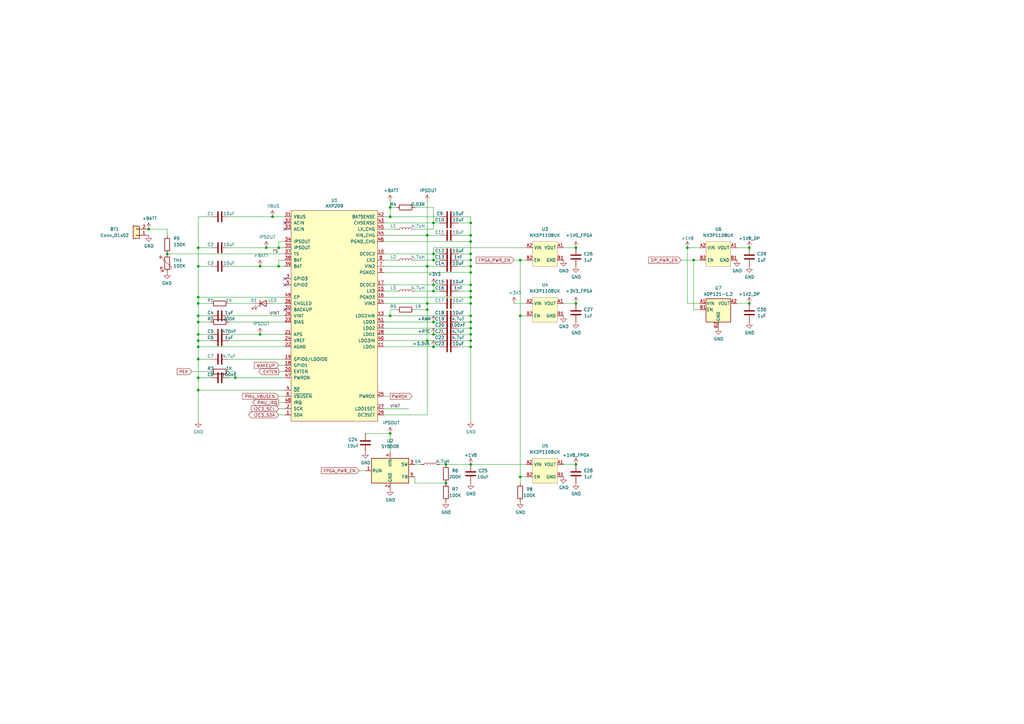
<source format=kicad_sch>
(kicad_sch (version 20210126) (generator eeschema)
  (paper "A3")
  (title_block (title "Fobu") (date "2021-02-17") (rev "0.3") (company "Wenting Zhang") (comment 1 "zephray@outlook.com"))
  (lib_symbols
    (symbol "Connector_Generic:Conn_01x02" (pin_names (offset 1.016) hide)
      (property "Reference" "J" (at 0 2.54 0))
      (property "Value" "Conn_01x02" (at 0 -5.08 0))
      (symbol "Conn_01x02_1_1"
        (rectangle (start -1.27 -2.413) (end 0 -2.667) (stroke (width 0.1524)))
        (rectangle (start -1.27 0.127) (end 0 -0.127) (stroke (width 0.1524)))
        (rectangle (start -1.27 1.27) (end 1.27 -3.81) (stroke (width 0.254)) (fill (type background)))
        (pin passive line (at -5.08 0 0) (length 3.81) (name "Pin_1") (number "1"))
        (pin passive line (at -5.08 -2.54 0) (length 3.81) (name "Pin_2") (number "2"))
      )
    )
    (symbol "Device:C" (pin_numbers hide) (pin_names (offset 0.254))
      (property "Reference" "C" (at 0.635 2.54 0))
      (property "Value" "C" (at 0.635 -2.54 0))
      (symbol "C_0_1"
        (polyline (pts (xy -2.032 -0.762) (xy 2.032 -0.762)) (stroke (width 0.508)))
        (polyline (pts (xy -2.032 0.762) (xy 2.032 0.762)) (stroke (width 0.508)))
      )
      (symbol "C_1_1"
        (pin passive line (at 0 3.81 270) (length 2.794) (name "~") (number "1"))
        (pin passive line (at 0 -3.81 90) (length 2.794) (name "~") (number "2"))
      )
    )
    (symbol "Device:L" (pin_numbers hide) (pin_names (offset 1.016) hide)
      (property "Reference" "L" (at -1.27 0 90))
      (property "Value" "L" (at 1.905 0 90))
      (symbol "L_0_1"
        (arc (start 0 -2.54) (end 0 -1.27) (radius (at 0 -1.905) (length 0.635) (angles -89.9 89.9)))
        (arc (start 0 -1.27) (end 0 0) (radius (at 0 -0.635) (length 0.635) (angles -89.9 89.9)))
        (arc (start 0 0) (end 0 1.27) (radius (at 0 0.635) (length 0.635) (angles -89.9 89.9)))
        (arc (start 0 1.27) (end 0 2.54) (radius (at 0 1.905) (length 0.635) (angles -89.9 89.9)))
      )
      (symbol "L_1_1"
        (pin passive line (at 0 3.81 270) (length 1.27) (name "1") (number "1"))
        (pin passive line (at 0 -3.81 90) (length 1.27) (name "2") (number "2"))
      )
    )
    (symbol "Device:LED" (pin_numbers hide) (pin_names (offset 1.016) hide)
      (property "Reference" "D" (at 0 2.54 0))
      (property "Value" "LED" (at 0 -2.54 0))
      (symbol "LED_0_1"
        (polyline (pts (xy -1.27 -1.27) (xy -1.27 1.27)) (stroke (width 0.254)))
        (polyline (pts (xy -1.27 0) (xy 1.27 0)))
        (polyline (pts (xy 1.27 -1.27) (xy 1.27 1.27) (xy -1.27 0) (xy 1.27 -1.27)) (stroke (width 0.254)))
        (polyline (pts (xy -3.048 -0.762) (xy -4.572 -2.286) (xy -3.81 -2.286) (xy -4.572 -2.286) (xy -4.572 -1.524)))
        (polyline (pts (xy -1.778 -0.762) (xy -3.302 -2.286) (xy -2.54 -2.286) (xy -3.302 -2.286) (xy -3.302 -1.524)))
      )
      (symbol "LED_1_1"
        (pin passive line (at -3.81 0 0) (length 2.54) (name "K") (number "1"))
        (pin passive line (at 3.81 0 180) (length 2.54) (name "A") (number "2"))
      )
    )
    (symbol "Device:R" (pin_numbers hide) (pin_names (offset 0))
      (property "Reference" "R" (at 2.032 0 90))
      (property "Value" "R" (at 0 0 90))
      (symbol "R_0_1"
        (rectangle (start -1.016 -2.54) (end 1.016 2.54) (stroke (width 0.254)))
      )
      (symbol "R_1_1"
        (pin passive line (at 0 3.81 270) (length 1.27) (name "~") (number "1"))
        (pin passive line (at 0 -3.81 90) (length 1.27) (name "~") (number "2"))
      )
    )
    (symbol "Device:Thermistor_NTC" (pin_numbers hide) (pin_names (offset 0))
      (property "Reference" "TH" (at -4.445 0 90))
      (property "Value" "Thermistor_NTC" (at 3.175 0 90))
      (symbol "Thermistor_NTC_0_1"
        (arc (start -3.048 2.159) (end -3.175 2.413) (radius (at -3.2004 2.2352) (length 0.1778) (angles -26.5 81.8)))
        (arc (start -3.048 2.159) (end -2.794 1.905) (radius (at -2.794 2.159) (length 0.254) (angles 180 -90)))
        (arc (start -2.794 1.905) (end -2.54 2.159) (radius (at -2.794 2.159) (length 0.254) (angles -90 0)))
        (arc (start -2.54 2.794) (end -2.794 3.048) (radius (at -2.794 2.794) (length 0.254) (angles 0 90)))
        (arc (start -2.794 3.048) (end -3.048 2.794) (radius (at -2.794 2.794) (length 0.254) (angles 90 180)))
        (arc (start -3.048 2.794) (end -2.794 2.54) (radius (at -2.794 2.794) (length 0.254) (angles 180 -90)))
        (arc (start -2.794 2.54) (end -2.159 2.794) (radius (at -2.6416 3.0226) (length 0.508) (angles -107.5 -25.3)))
        (rectangle (start -1.016 2.54) (end 1.016 -2.54) (stroke (width 0.254)))
        (polyline (pts (xy -2.54 2.159) (xy -2.54 2.794)))
        (polyline (pts (xy -1.778 2.54) (xy -1.778 1.524) (xy 1.778 -1.524) (xy 1.778 -2.54)))
        (polyline (pts (xy -2.54 -3.683) (xy -2.54 -1.397) (xy -2.794 -2.159) (xy -2.286 -2.159) (xy -2.54 -1.397) (xy -2.54 -1.651)) (fill (type outline)))
        (polyline (pts (xy -1.778 -1.397) (xy -1.778 -3.683) (xy -2.032 -2.921) (xy -1.524 -2.921) (xy -1.778 -3.683) (xy -1.778 -3.429)) (fill (type outline)))
      )
      (symbol "Thermistor_NTC_1_1"
        (pin passive line (at 0 3.81 270) (length 1.27) (name "~") (number "1"))
        (pin passive line (at 0 -3.81 90) (length 1.27) (name "~") (number "2"))
      )
    )
    (symbol "power:+1V8" (power) (pin_names (offset 0))
      (property "Value" "+1V8" (at 0 3.556 0))
      (symbol "+1V8_0_1"
        (polyline (pts (xy -0.762 1.27) (xy 0 2.54)))
        (polyline (pts (xy 0 0) (xy 0 2.54)))
        (polyline (pts (xy 0 2.54) (xy 0.762 1.27)))
      )
      (symbol "+1V8_1_1"
        (pin power_in line (at 0 0 90) (length 0) hide (name "+1V8") (number "1"))
      )
    )
    (symbol "power:+3.3VA" (power) (pin_names (offset 0))
      (property "Value" "+3.3VA" (at 0 3.556 0))
      (symbol "+3.3VA_0_1"
        (polyline (pts (xy -0.762 1.27) (xy 0 2.54)))
        (polyline (pts (xy 0 0) (xy 0 2.54)))
        (polyline (pts (xy 0 2.54) (xy 0.762 1.27)))
      )
      (symbol "+3.3VA_1_1"
        (pin power_in line (at 0 0 90) (length 0) hide (name "+3.3VA") (number "1"))
      )
    )
    (symbol "power:+3V3" (power) (pin_names (offset 0))
      (property "Value" "+3V3" (at 0 3.556 0))
      (symbol "+3V3_0_1"
        (polyline (pts (xy -0.762 1.27) (xy 0 2.54)))
        (polyline (pts (xy 0 0) (xy 0 2.54)))
        (polyline (pts (xy 0 2.54) (xy 0.762 1.27)))
      )
      (symbol "+3V3_1_1"
        (pin power_in line (at 0 0 90) (length 0) hide (name "+3V3") (number "1"))
      )
    )
    (symbol "power:+BATT" (power) (pin_names (offset 0))
      (property "Value" "+BATT" (at 0 3.556 0))
      (symbol "+BATT_0_1"
        (polyline (pts (xy -0.762 1.27) (xy 0 2.54)))
        (polyline (pts (xy 0 0) (xy 0 2.54)))
        (polyline (pts (xy 0 2.54) (xy 0.762 1.27)))
      )
      (symbol "+BATT_1_1"
        (pin power_in line (at 0 0 90) (length 0) hide (name "+BATT") (number "1"))
      )
    )
    (symbol "power:GND" (power) (pin_names (offset 0))
      (property "Value" "GND" (at 0 -3.81 0))
      (symbol "GND_0_1"
        (polyline (pts (xy 0 0) (xy 0 -1.27) (xy 1.27 -1.27) (xy 0 -2.54) (xy -1.27 -1.27) (xy 0 -1.27)))
      )
      (symbol "GND_1_1"
        (pin power_in line (at 0 0 270) (length 0) hide (name "GND") (number "1"))
      )
    )
    (symbol "power:VBUS" (power) (pin_names (offset 0))
      (property "Value" "VBUS" (at 0 3.81 0))
      (symbol "VBUS_0_1"
        (polyline (pts (xy -0.762 1.27) (xy 0 2.54)))
        (polyline (pts (xy 0 0) (xy 0 2.54)))
        (polyline (pts (xy 0 2.54) (xy 0.762 1.27)))
      )
      (symbol "VBUS_1_1"
        (pin power_in line (at 0 0 90) (length 0) hide (name "VBUS") (number "1"))
      )
    )
    (symbol "symbols:+1V0_FPGA" (power) (pin_names (offset 0))
      (property "Value" "+1V0_FPGA" (at 0 3.556 0))
      (symbol "+1V0_FPGA_0_1"
        (polyline (pts (xy -0.762 1.27) (xy 0 2.54)))
        (polyline (pts (xy 0 0) (xy 0 2.54)))
        (polyline (pts (xy 0 2.54) (xy 0.762 1.27)))
      )
      (symbol "+1V0_FPGA_1_1"
        (pin power_in line (at 0 0 90) (length 0) hide (name "+1V0_FPGA") (number "1"))
      )
    )
    (symbol "symbols:+1V2_DP" (power) (pin_names (offset 0))
      (property "Value" "+1V2_DP" (at 0 3.556 0))
      (symbol "+1V2_DP_0_1"
        (polyline (pts (xy -0.762 1.27) (xy 0 2.54)))
        (polyline (pts (xy 0 0) (xy 0 2.54)))
        (polyline (pts (xy 0 2.54) (xy 0.762 1.27)))
      )
      (symbol "+1V2_DP_1_1"
        (pin power_in line (at 0 0 90) (length 0) hide (name "+1V2_DP") (number "1"))
      )
    )
    (symbol "symbols:+1V8_DP" (power) (pin_names (offset 0))
      (property "Value" "+1V8_DP" (at 0 3.556 0))
      (symbol "+1V8_DP_0_1"
        (polyline (pts (xy -0.762 1.27) (xy 0 2.54)))
        (polyline (pts (xy 0 0) (xy 0 2.54)))
        (polyline (pts (xy 0 2.54) (xy 0.762 1.27)))
      )
      (symbol "+1V8_DP_1_1"
        (pin power_in line (at 0 0 90) (length 0) hide (name "+1V8_DP") (number "1"))
      )
    )
    (symbol "symbols:+1V8_FPGA" (power) (pin_names (offset 0))
      (property "Value" "+1V8_FPGA" (at 0 3.556 0))
      (symbol "+1V8_FPGA_0_1"
        (polyline (pts (xy -0.762 1.27) (xy 0 2.54)))
        (polyline (pts (xy 0 0) (xy 0 2.54)))
        (polyline (pts (xy 0 2.54) (xy 0.762 1.27)))
      )
      (symbol "+1V8_FPGA_1_1"
        (pin power_in line (at 0 0 90) (length 0) hide (name "+1V8_FPGA") (number "1"))
      )
    )
    (symbol "symbols:+3V3_FPGA" (power) (pin_names (offset 0))
      (property "Value" "+3V3_FPGA" (at 0 3.556 0))
      (symbol "+3V3_FPGA_0_1"
        (polyline (pts (xy -0.762 1.27) (xy 0 2.54)))
        (polyline (pts (xy 0 0) (xy 0 2.54)))
        (polyline (pts (xy 0 2.54) (xy 0.762 1.27)))
      )
      (symbol "+3V3_FPGA_1_1"
        (pin power_in line (at 0 0 90) (length 0) hide (name "+3V3_FPGA") (number "1"))
      )
    )
    (symbol "symbols:+RAM" (power) (pin_names (offset 0))
      (property "Value" "+RAM" (at 0 3.556 0))
      (symbol "+RAM_0_1"
        (polyline (pts (xy -0.762 1.27) (xy 0 2.54)))
        (polyline (pts (xy 0 0) (xy 0 2.54)))
        (polyline (pts (xy 0 2.54) (xy 0.762 1.27)))
      )
      (symbol "+RAM_1_1"
        (pin power_in line (at 0 0 90) (length 0) hide (name "+RAM") (number "1"))
      )
    )
    (symbol "symbols:+RTC" (power) (pin_names (offset 0))
      (property "Value" "+RTC" (at 0 3.556 0))
      (symbol "+RTC_0_1"
        (polyline (pts (xy -0.762 1.27) (xy 0 2.54)))
        (polyline (pts (xy 0 0) (xy 0 2.54)))
        (polyline (pts (xy 0 2.54) (xy 0.762 1.27)))
      )
      (symbol "+RTC_1_1"
        (pin power_in line (at 0 0 90) (length 0) hide (name "+RTC") (number "1"))
      )
    )
    (symbol "symbols:ADP150-1.8" (pin_names (offset 0.254))
      (property "Reference" "U" (at -5.08 5.715 0))
      (property "Value" "ADP150-1.8" (at 0 5.715 0))
      (symbol "ADP150-1.8_0_1"
        (rectangle (start -5.08 4.445) (end 5.08 -5.08) (stroke (width 0.254)) (fill (type background)))
      )
      (symbol "ADP150-1.8_1_1"
        (pin power_in line (at -7.62 2.54 0) (length 2.54) (name "VIN") (number "A1"))
        (pin power_in line (at 0 -7.62 90) (length 2.54) (name "GND") (number "B2"))
        (pin input line (at -7.62 0 0) (length 2.54) (name "EN") (number "B1"))
        (pin power_out line (at 7.62 2.54 180) (length 2.54) (name "VOUT") (number "A2"))
      )
    )
    (symbol "symbols:AXP209" (pin_names (offset 1.016))
      (property "Reference" "U" (at -15.24 0 0))
      (property "Value" "AXP209" (at 10.16 0 0))
      (symbol "AXP209_0_1"
        (rectangle (start -17.78 -2.54) (end 17.78 -88.9) (fill (type background)))
      )
      (symbol "AXP209_1_1"
        (pin bidirectional line (at -20.32 -86.36 0) (length 2.54) (name "SDA") (number "1"))
        (pin power_in line (at 20.32 -20.32 180) (length 2.54) (name "DCDC2") (number "10"))
        (pin power_out line (at 20.32 -58.42 180) (length 2.54) (name "LDO4") (number "11"))
        (pin power_out line (at 20.32 -50.8 180) (length 2.54) (name "LDO2") (number "12"))
        (pin power_in line (at 20.32 -45.72 180) (length 2.54) (name "LDO24IN") (number "13"))
        (pin power_in line (at 20.32 -40.64 180) (length 2.54) (name "VIN3") (number "14"))
        (pin power_in line (at 20.32 -35.56 180) (length 2.54) (name "LX3") (number "15"))
        (pin power_in line (at 20.32 -38.1 180) (length 2.54) (name "PGND3") (number "16"))
        (pin power_in line (at 20.32 -33.02 180) (length 2.54) (name "DCDC3") (number "17"))
        (pin bidirectional line (at -20.32 -66.04 0) (length 2.54) (name "GPIO1") (number "18"))
        (pin bidirectional line (at -20.32 -63.5 0) (length 2.54) (name "GPIO0/LDOIO0") (number "19"))
        (pin bidirectional line (at -20.32 -83.82 0) (length 2.54) (name "SCK") (number "2"))
        (pin output line (at -20.32 -68.58 0) (length 2.54) (name "EXTEN") (number "20"))
        (pin input line (at -20.32 -53.34 0) (length 2.54) (name "APS") (number "21"))
        (pin power_in line (at -20.32 -58.42 0) (length 2.54) (name "AGND") (number "22"))
        (pin input line (at -20.32 -48.26 0) (length 2.54) (name "BIAS") (number "23"))
        (pin power_out line (at -20.32 -55.88 0) (length 2.54) (name "VREF") (number "24"))
        (pin output line (at 20.32 -78.74 180) (length 2.54) (name "PWROK") (number "25"))
        (pin power_out line (at -20.32 -45.72 0) (length 2.54) (name "VINT") (number "26"))
        (pin input line (at 20.32 -83.82 180) (length 2.54) (name "LDO1SET") (number "27"))
        (pin power_out line (at 20.32 -53.34 180) (length 2.54) (name "LDO1") (number "28"))
        (pin input line (at 20.32 -86.36 180) (length 2.54) (name "DC3SET") (number "29"))
        (pin bidirectional line (at -20.32 -30.48 0) (length 2.54) (name "GPIO3") (number "3"))
        (pin power_in line (at -20.32 -43.18 0) (length 2.54) (name "BACKUP") (number "30"))
        (pin power_in line (at -20.32 -5.08 0) (length 2.54) (name "VBUS") (number "31"))
        (pin power_in line (at -20.32 -7.62 0) (length 2.54) (name "ACIN") (number "32"))
        (pin power_in line (at -20.32 -10.16 0) (length 2.54) (name "ACIN") (number "33"))
        (pin power_out line (at -20.32 -15.24 0) (length 2.54) (name "IPSOUT") (number "34"))
        (pin power_out line (at -20.32 -17.78 0) (length 2.54) (name "IPSOUT") (number "35"))
        (pin output line (at -20.32 -40.64 0) (length 2.54) (name "CHGLED") (number "36"))
        (pin input line (at -20.32 -20.32 0) (length 2.54) (name "TS") (number "37"))
        (pin power_in line (at -20.32 -22.86 0) (length 2.54) (name "BAT") (number "38"))
        (pin power_in line (at -20.32 -25.4 0) (length 2.54) (name "BAT") (number "39"))
        (pin input line (at -20.32 -76.2 0) (length 2.54) (name "~OE") (number "4"))
        (pin power_in line (at 20.32 -55.88 180) (length 2.54) (name "LDO3IN") (number "40"))
        (pin power_out line (at 20.32 -48.26 180) (length 2.54) (name "LDO3") (number "41"))
        (pin input line (at 20.32 -5.08 180) (length 2.54) (name "BATSENSE") (number "42"))
        (pin input line (at 20.32 -7.62 180) (length 2.54) (name "CHSENSE") (number "43"))
        (pin output line (at 20.32 -12.7 180) (length 2.54) (name "VIN_CHG") (number "44"))
        (pin output line (at 20.32 -10.16 180) (length 2.54) (name "LX_CHG") (number "45"))
        (pin power_in line (at 20.32 -15.24 180) (length 2.54) (name "PGND_CHG") (number "46"))
        (pin input line (at -20.32 -71.12 0) (length 2.54) (name "PWRON") (number "47"))
        (pin output line (at -20.32 -81.28 0) (length 2.54) (name "IRQ") (number "48"))
        (pin power_in line (at -20.32 -38.1 0) (length 2.54) (name "EP") (number "49"))
        (pin bidirectional line (at -20.32 -33.02 0) (length 2.54) (name "GPIO2") (number "5"))
        (pin input line (at -20.32 -78.74 0) (length 2.54) (name "~VBUSEN") (number "6"))
        (pin power_in line (at 20.32 -25.4 180) (length 2.54) (name "VIN2") (number "7"))
        (pin power_in line (at 20.32 -22.86 180) (length 2.54) (name "LX2") (number "8"))
        (pin power_in line (at 20.32 -27.94 180) (length 2.54) (name "PGND2") (number "9"))
      )
    )
    (symbol "symbols:IPSOUT" (power) (pin_names (offset 0))
      (property "Value" "IPSOUT" (at 0 3.556 0))
      (symbol "IPSOUT_0_1"
        (polyline (pts (xy -0.762 1.27) (xy 0 2.54)))
        (polyline (pts (xy 0 0) (xy 0 2.54)))
        (polyline (pts (xy 0 2.54) (xy 0.762 1.27)))
      )
      (symbol "IPSOUT_1_1"
        (pin power_in line (at 0 0 90) (length 0) hide (name "IPSOUT") (number "1"))
      )
    )
    (symbol "symbols:NX3P1108UK"
      (property "Reference" "U" (at 0 0 0))
      (property "Value" "NX3P1108UK" (at 0 -2.54 0))
      (symbol "NX3P1108UK_0_1"
        (rectangle (start -5.08 -5.08) (end 5.08 -15.24) (stroke (width 0.001)) (fill (type background)))
      )
      (symbol "NX3P1108UK_1_1"
        (pin power_out line (at 7.62 -7.62 180) (length 2.54) (name "VOUT") (number "A1"))
        (pin power_in line (at -7.62 -7.62 0) (length 2.54) (name "VIN") (number "A2"))
        (pin power_in line (at 7.62 -12.7 180) (length 2.54) (name "GND") (number "B1"))
        (pin input line (at -7.62 -12.7 0) (length 2.54) (name "EN") (number "B2"))
      )
    )
    (symbol "symbols:NX3P1108UK_1"
      (property "Reference" "U" (at 0 0 0))
      (property "Value" "NX3P1108UK" (at 0 -2.54 0))
      (symbol "NX3P1108UK_1_0_1"
        (rectangle (start -5.08 -5.08) (end 5.08 -15.24) (stroke (width 0.001)) (fill (type background)))
      )
      (symbol "NX3P1108UK_1_1_1"
        (pin power_out line (at 7.62 -7.62 180) (length 2.54) (name "VOUT") (number "A1"))
        (pin power_in line (at -7.62 -7.62 0) (length 2.54) (name "VIN") (number "A2"))
        (pin power_in line (at 7.62 -12.7 180) (length 2.54) (name "GND") (number "B1"))
        (pin input line (at -7.62 -12.7 0) (length 2.54) (name "EN") (number "B2"))
      )
    )
    (symbol "symbols:SY8008" (pin_names (offset 0.254))
      (property "Reference" "U" (at -6.35 6.35 0))
      (property "Value" "SY8008" (at 1.27 6.35 0))
      (symbol "SY8008_0_1"
        (rectangle (start -7.62 5.08) (end 7.62 -5.08) (stroke (width 0.254)) (fill (type background)))
      )
      (symbol "SY8008_1_1"
        (pin input line (at -10.16 0 0) (length 2.54) (name "RUN") (number "1"))
        (pin power_in line (at 0 -7.62 90) (length 2.54) (name "GND") (number "2"))
        (pin output line (at 10.16 2.54 180) (length 2.54) (name "SW") (number "3"))
        (pin power_in line (at 0 7.62 270) (length 2.54) (name "VIN") (number "4"))
        (pin input line (at 10.16 -2.54 180) (length 2.54) (name "FB") (number "5"))
      )
    )
  )
  (junction (at 60.96 93.98) (diameter 0.9144))
  (junction (at 68.58 104.14) (diameter 0.9144))
  (junction (at 81.28 101.6) (diameter 0.9144))
  (junction (at 81.28 109.22) (diameter 0.9144))
  (junction (at 81.28 121.92) (diameter 0.9144))
  (junction (at 81.28 124.46) (diameter 0.9144))
  (junction (at 81.28 129.54) (diameter 0.9144))
  (junction (at 81.28 132.08) (diameter 0.9144))
  (junction (at 81.28 137.16) (diameter 0.9144))
  (junction (at 81.28 139.7) (diameter 0.9144))
  (junction (at 81.28 142.24) (diameter 0.9144))
  (junction (at 81.28 147.32) (diameter 0.9144))
  (junction (at 81.28 154.94) (diameter 0.9144))
  (junction (at 81.28 160.02) (diameter 0.9144))
  (junction (at 96.52 154.94) (diameter 0.9144))
  (junction (at 106.68 109.22) (diameter 0.9144))
  (junction (at 106.68 137.16) (diameter 0.9144))
  (junction (at 109.22 101.6) (diameter 0.9144))
  (junction (at 111.76 88.9) (diameter 0.9144))
  (junction (at 114.3 101.6) (diameter 0.9144))
  (junction (at 114.3 109.22) (diameter 0.9144))
  (junction (at 160.02 85.09) (diameter 0.9144))
  (junction (at 160.02 88.9) (diameter 0.9144))
  (junction (at 160.02 129.54) (diameter 0.9144))
  (junction (at 160.02 177.8) (diameter 0.9144))
  (junction (at 175.26 96.52) (diameter 0.9144))
  (junction (at 175.26 109.22) (diameter 0.9144))
  (junction (at 175.26 124.46) (diameter 0.9144))
  (junction (at 175.26 127) (diameter 0.9144))
  (junction (at 175.26 139.7) (diameter 0.9144))
  (junction (at 177.8 91.44) (diameter 0.9144))
  (junction (at 177.8 104.14) (diameter 0.9144))
  (junction (at 177.8 106.68) (diameter 0.9144))
  (junction (at 177.8 116.84) (diameter 0.9144))
  (junction (at 177.8 119.38) (diameter 0.9144))
  (junction (at 177.8 132.08) (diameter 0.9144))
  (junction (at 177.8 137.16) (diameter 0.9144))
  (junction (at 177.8 142.24) (diameter 0.9144))
  (junction (at 182.88 190.5) (diameter 0.9144))
  (junction (at 182.88 198.12) (diameter 0.9144))
  (junction (at 193.04 91.44) (diameter 0.9144))
  (junction (at 193.04 96.52) (diameter 0.9144))
  (junction (at 193.04 99.06) (diameter 0.9144))
  (junction (at 193.04 104.14) (diameter 0.9144))
  (junction (at 193.04 106.68) (diameter 0.9144))
  (junction (at 193.04 109.22) (diameter 0.9144))
  (junction (at 193.04 111.76) (diameter 0.9144))
  (junction (at 193.04 116.84) (diameter 0.9144))
  (junction (at 193.04 119.38) (diameter 0.9144))
  (junction (at 193.04 121.92) (diameter 0.9144))
  (junction (at 193.04 124.46) (diameter 0.9144))
  (junction (at 193.04 129.54) (diameter 0.9144))
  (junction (at 193.04 132.08) (diameter 0.9144))
  (junction (at 193.04 134.62) (diameter 0.9144))
  (junction (at 193.04 137.16) (diameter 0.9144))
  (junction (at 193.04 139.7) (diameter 0.9144))
  (junction (at 193.04 142.24) (diameter 0.9144))
  (junction (at 193.04 190.5) (diameter 0.9144))
  (junction (at 213.36 106.68) (diameter 0.9144))
  (junction (at 213.36 129.54) (diameter 0.9144))
  (junction (at 213.36 195.58) (diameter 0.9144))
  (junction (at 236.22 101.6) (diameter 0.9144))
  (junction (at 236.22 124.46) (diameter 0.9144))
  (junction (at 236.22 190.5) (diameter 0.9144))
  (junction (at 281.94 101.6) (diameter 0.9144))
  (junction (at 284.48 106.68) (diameter 0.9144))
  (junction (at 307.34 101.6) (diameter 0.9144))
  (junction (at 307.34 124.46) (diameter 0.9144))
  (no_connect (at 116.84 91.44))
  (no_connect (at 116.84 93.98))
  (no_connect (at 116.84 114.3))
  (no_connect (at 116.84 116.84))
  (no_connect (at 116.84 127))
  (wire (pts (xy 60.96 93.98) (xy 68.58 93.98)))
  (wire (pts (xy 68.58 96.52) (xy 68.58 93.98)))
  (wire (pts (xy 68.58 104.14) (xy 116.84 104.14)))
  (wire (pts (xy 81.28 88.9) (xy 81.28 101.6)))
  (wire (pts (xy 81.28 101.6) (xy 81.28 109.22)))
  (wire (pts (xy 81.28 109.22) (xy 81.28 121.92)))
  (wire (pts (xy 81.28 121.92) (xy 81.28 124.46)))
  (wire (pts (xy 81.28 124.46) (xy 81.28 129.54)))
  (wire (pts (xy 81.28 129.54) (xy 81.28 132.08)))
  (wire (pts (xy 81.28 132.08) (xy 81.28 137.16)))
  (wire (pts (xy 81.28 137.16) (xy 81.28 139.7)))
  (wire (pts (xy 81.28 139.7) (xy 81.28 142.24)))
  (wire (pts (xy 81.28 142.24) (xy 81.28 147.32)))
  (wire (pts (xy 81.28 142.24) (xy 116.84 142.24)))
  (wire (pts (xy 81.28 147.32) (xy 81.28 154.94)))
  (wire (pts (xy 81.28 154.94) (xy 81.28 160.02)))
  (wire (pts (xy 81.28 160.02) (xy 81.28 172.72)))
  (wire (pts (xy 86.36 88.9) (xy 81.28 88.9)))
  (wire (pts (xy 86.36 101.6) (xy 81.28 101.6)))
  (wire (pts (xy 86.36 109.22) (xy 81.28 109.22)))
  (wire (pts (xy 86.36 124.46) (xy 81.28 124.46)))
  (wire (pts (xy 86.36 129.54) (xy 81.28 129.54)))
  (wire (pts (xy 86.36 132.08) (xy 81.28 132.08)))
  (wire (pts (xy 86.36 137.16) (xy 81.28 137.16)))
  (wire (pts (xy 86.36 139.7) (xy 81.28 139.7)))
  (wire (pts (xy 86.36 147.32) (xy 81.28 147.32)))
  (wire (pts (xy 86.36 152.4) (xy 78.74 152.4)))
  (wire (pts (xy 86.36 154.94) (xy 81.28 154.94)))
  (wire (pts (xy 93.98 88.9) (xy 111.76 88.9)))
  (wire (pts (xy 93.98 101.6) (xy 109.22 101.6)))
  (wire (pts (xy 93.98 129.54) (xy 116.84 129.54)))
  (wire (pts (xy 93.98 137.16) (xy 106.68 137.16)))
  (wire (pts (xy 93.98 139.7) (xy 116.84 139.7)))
  (wire (pts (xy 93.98 152.4) (xy 96.52 152.4)))
  (wire (pts (xy 96.52 152.4) (xy 96.52 154.94)))
  (wire (pts (xy 96.52 154.94) (xy 93.98 154.94)))
  (wire (pts (xy 104.14 124.46) (xy 93.98 124.46)))
  (wire (pts (xy 106.68 109.22) (xy 93.98 109.22)))
  (wire (pts (xy 106.68 137.16) (xy 116.84 137.16)))
  (wire (pts (xy 109.22 101.6) (xy 114.3 101.6)))
  (wire (pts (xy 111.76 88.9) (xy 116.84 88.9)))
  (wire (pts (xy 111.76 124.46) (xy 116.84 124.46)))
  (wire (pts (xy 114.3 99.06) (xy 114.3 101.6)))
  (wire (pts (xy 114.3 101.6) (xy 116.84 101.6)))
  (wire (pts (xy 114.3 106.68) (xy 114.3 109.22)))
  (wire (pts (xy 114.3 109.22) (xy 106.68 109.22)))
  (wire (pts (xy 114.3 149.86) (xy 116.84 149.86)))
  (wire (pts (xy 116.84 99.06) (xy 114.3 99.06)))
  (wire (pts (xy 116.84 106.68) (xy 114.3 106.68)))
  (wire (pts (xy 116.84 109.22) (xy 114.3 109.22)))
  (wire (pts (xy 116.84 121.92) (xy 81.28 121.92)))
  (wire (pts (xy 116.84 132.08) (xy 93.98 132.08)))
  (wire (pts (xy 116.84 147.32) (xy 93.98 147.32)))
  (wire (pts (xy 116.84 152.4) (xy 114.3 152.4)))
  (wire (pts (xy 116.84 154.94) (xy 96.52 154.94)))
  (wire (pts (xy 116.84 160.02) (xy 81.28 160.02)))
  (wire (pts (xy 116.84 162.56) (xy 114.3 162.56)))
  (wire (pts (xy 116.84 165.1) (xy 114.3 165.1)))
  (wire (pts (xy 116.84 167.64) (xy 114.3 167.64)))
  (wire (pts (xy 116.84 170.18) (xy 114.3 170.18)))
  (wire (pts (xy 147.32 193.04) (xy 149.86 193.04)))
  (wire (pts (xy 149.86 177.8) (xy 160.02 177.8)))
  (wire (pts (xy 157.48 88.9) (xy 160.02 88.9)))
  (wire (pts (xy 157.48 91.44) (xy 177.8 91.44)))
  (wire (pts (xy 157.48 96.52) (xy 175.26 96.52)))
  (wire (pts (xy 157.48 99.06) (xy 193.04 99.06)))
  (wire (pts (xy 157.48 104.14) (xy 177.8 104.14)))
  (wire (pts (xy 157.48 106.68) (xy 162.56 106.68)))
  (wire (pts (xy 157.48 111.76) (xy 193.04 111.76)))
  (wire (pts (xy 157.48 116.84) (xy 177.8 116.84)))
  (wire (pts (xy 157.48 119.38) (xy 162.56 119.38)))
  (wire (pts (xy 157.48 121.92) (xy 193.04 121.92)))
  (wire (pts (xy 157.48 124.46) (xy 175.26 124.46)))
  (wire (pts (xy 157.48 132.08) (xy 177.8 132.08)))
  (wire (pts (xy 157.48 134.62) (xy 180.34 134.62)))
  (wire (pts (xy 157.48 137.16) (xy 177.8 137.16)))
  (wire (pts (xy 157.48 139.7) (xy 175.26 139.7)))
  (wire (pts (xy 157.48 142.24) (xy 177.8 142.24)))
  (wire (pts (xy 157.48 162.56) (xy 160.02 162.56)))
  (wire (pts (xy 157.48 167.64) (xy 167.64 167.64)))
  (wire (pts (xy 157.48 170.18) (xy 175.26 170.18)))
  (wire (pts (xy 160.02 82.55) (xy 160.02 85.09)))
  (wire (pts (xy 160.02 85.09) (xy 160.02 88.9)))
  (wire (pts (xy 160.02 88.9) (xy 180.34 88.9)))
  (wire (pts (xy 160.02 127) (xy 160.02 129.54)))
  (wire (pts (xy 160.02 129.54) (xy 157.48 129.54)))
  (wire (pts (xy 160.02 129.54) (xy 180.34 129.54)))
  (wire (pts (xy 160.02 185.42) (xy 160.02 177.8)))
  (wire (pts (xy 162.56 85.09) (xy 160.02 85.09)))
  (wire (pts (xy 162.56 93.98) (xy 157.48 93.98)))
  (wire (pts (xy 162.56 127) (xy 160.02 127)))
  (wire (pts (xy 170.18 85.09) (xy 177.8 85.09)))
  (wire (pts (xy 170.18 106.68) (xy 177.8 106.68)))
  (wire (pts (xy 170.18 119.38) (xy 177.8 119.38)))
  (wire (pts (xy 170.18 127) (xy 175.26 127)))
  (wire (pts (xy 170.18 198.12) (xy 170.18 195.58)))
  (wire (pts (xy 172.72 190.5) (xy 170.18 190.5)))
  (wire (pts (xy 175.26 82.55) (xy 175.26 96.52)))
  (wire (pts (xy 175.26 96.52) (xy 175.26 109.22)))
  (wire (pts (xy 175.26 96.52) (xy 180.34 96.52)))
  (wire (pts (xy 175.26 109.22) (xy 157.48 109.22)))
  (wire (pts (xy 175.26 109.22) (xy 175.26 124.46)))
  (wire (pts (xy 175.26 124.46) (xy 180.34 124.46)))
  (wire (pts (xy 175.26 127) (xy 175.26 124.46)))
  (wire (pts (xy 175.26 127) (xy 175.26 139.7)))
  (wire (pts (xy 175.26 139.7) (xy 180.34 139.7)))
  (wire (pts (xy 175.26 170.18) (xy 175.26 139.7)))
  (wire (pts (xy 177.8 85.09) (xy 177.8 91.44)))
  (wire (pts (xy 177.8 91.44) (xy 180.34 91.44)))
  (wire (pts (xy 177.8 93.98) (xy 170.18 93.98)))
  (wire (pts (xy 177.8 93.98) (xy 177.8 91.44)))
  (wire (pts (xy 177.8 101.6) (xy 177.8 104.14)))
  (wire (pts (xy 177.8 101.6) (xy 215.9 101.6)))
  (wire (pts (xy 177.8 104.14) (xy 180.34 104.14)))
  (wire (pts (xy 177.8 106.68) (xy 177.8 104.14)))
  (wire (pts (xy 177.8 106.68) (xy 180.34 106.68)))
  (wire (pts (xy 177.8 116.84) (xy 180.34 116.84)))
  (wire (pts (xy 177.8 119.38) (xy 177.8 116.84)))
  (wire (pts (xy 177.8 119.38) (xy 180.34 119.38)))
  (wire (pts (xy 177.8 132.08) (xy 180.34 132.08)))
  (wire (pts (xy 177.8 137.16) (xy 180.34 137.16)))
  (wire (pts (xy 177.8 142.24) (xy 180.34 142.24)))
  (wire (pts (xy 180.34 109.22) (xy 175.26 109.22)))
  (wire (pts (xy 182.88 190.5) (xy 180.34 190.5)))
  (wire (pts (xy 182.88 198.12) (xy 170.18 198.12)))
  (wire (pts (xy 187.96 88.9) (xy 193.04 88.9)))
  (wire (pts (xy 187.96 91.44) (xy 193.04 91.44)))
  (wire (pts (xy 187.96 96.52) (xy 193.04 96.52)))
  (wire (pts (xy 187.96 104.14) (xy 193.04 104.14)))
  (wire (pts (xy 187.96 106.68) (xy 193.04 106.68)))
  (wire (pts (xy 187.96 109.22) (xy 193.04 109.22)))
  (wire (pts (xy 187.96 116.84) (xy 193.04 116.84)))
  (wire (pts (xy 187.96 119.38) (xy 193.04 119.38)))
  (wire (pts (xy 187.96 124.46) (xy 193.04 124.46)))
  (wire (pts (xy 187.96 129.54) (xy 193.04 129.54)))
  (wire (pts (xy 187.96 132.08) (xy 193.04 132.08)))
  (wire (pts (xy 187.96 134.62) (xy 193.04 134.62)))
  (wire (pts (xy 187.96 137.16) (xy 193.04 137.16)))
  (wire (pts (xy 187.96 139.7) (xy 193.04 139.7)))
  (wire (pts (xy 187.96 142.24) (xy 193.04 142.24)))
  (wire (pts (xy 193.04 88.9) (xy 193.04 91.44)))
  (wire (pts (xy 193.04 91.44) (xy 193.04 96.52)))
  (wire (pts (xy 193.04 96.52) (xy 193.04 99.06)))
  (wire (pts (xy 193.04 99.06) (xy 193.04 104.14)))
  (wire (pts (xy 193.04 104.14) (xy 193.04 106.68)))
  (wire (pts (xy 193.04 106.68) (xy 193.04 109.22)))
  (wire (pts (xy 193.04 109.22) (xy 193.04 111.76)))
  (wire (pts (xy 193.04 111.76) (xy 193.04 116.84)))
  (wire (pts (xy 193.04 116.84) (xy 193.04 119.38)))
  (wire (pts (xy 193.04 119.38) (xy 193.04 121.92)))
  (wire (pts (xy 193.04 121.92) (xy 193.04 124.46)))
  (wire (pts (xy 193.04 124.46) (xy 193.04 129.54)))
  (wire (pts (xy 193.04 129.54) (xy 193.04 132.08)))
  (wire (pts (xy 193.04 132.08) (xy 193.04 134.62)))
  (wire (pts (xy 193.04 134.62) (xy 193.04 137.16)))
  (wire (pts (xy 193.04 137.16) (xy 193.04 139.7)))
  (wire (pts (xy 193.04 139.7) (xy 193.04 142.24)))
  (wire (pts (xy 193.04 142.24) (xy 193.04 172.72)))
  (wire (pts (xy 193.04 190.5) (xy 182.88 190.5)))
  (wire (pts (xy 193.04 190.5) (xy 215.9 190.5)))
  (wire (pts (xy 210.82 106.68) (xy 213.36 106.68)))
  (wire (pts (xy 210.82 124.46) (xy 215.9 124.46)))
  (wire (pts (xy 213.36 106.68) (xy 213.36 129.54)))
  (wire (pts (xy 213.36 106.68) (xy 215.9 106.68)))
  (wire (pts (xy 213.36 129.54) (xy 213.36 195.58)))
  (wire (pts (xy 213.36 129.54) (xy 215.9 129.54)))
  (wire (pts (xy 213.36 195.58) (xy 213.36 198.12)))
  (wire (pts (xy 213.36 195.58) (xy 215.9 195.58)))
  (wire (pts (xy 231.14 101.6) (xy 236.22 101.6)))
  (wire (pts (xy 231.14 124.46) (xy 236.22 124.46)))
  (wire (pts (xy 231.14 190.5) (xy 236.22 190.5)))
  (wire (pts (xy 279.4 106.68) (xy 284.48 106.68)))
  (wire (pts (xy 281.94 101.6) (xy 287.02 101.6)))
  (wire (pts (xy 281.94 124.46) (xy 281.94 101.6)))
  (wire (pts (xy 284.48 106.68) (xy 284.48 127)))
  (wire (pts (xy 284.48 106.68) (xy 287.02 106.68)))
  (wire (pts (xy 287.02 124.46) (xy 281.94 124.46)))
  (wire (pts (xy 287.02 127) (xy 284.48 127)))
  (wire (pts (xy 302.26 101.6) (xy 307.34 101.6)))
  (wire (pts (xy 302.26 124.46) (xy 307.34 124.46)))
  (label "VINT" (at 110.49 129.54 0))
  (label "TS" (at 111.76 104.14 0))
  (label "VINT" (at 160.02 167.64 0))
  (global_label "PEK" (shape input) (at 78.74 152.4 180) (property "Intersheet References" "${INTERSHEET_REFS}" (effects hide)))
  (global_label "WAKEUP" (shape input) (at 114.3 149.86 180) (property "Intersheet References" "${INTERSHEET_REFS}" (effects hide)))
  (global_label "EXTEN" (shape output) (at 114.3 152.4 180) (property "Intersheet References" "${INTERSHEET_REFS}" (effects hide)))
  (global_label "PMU_VBUSEN" (shape input) (at 114.3 162.56 180) (property "Intersheet References" "${INTERSHEET_REFS}" (effects hide)))
  (global_label "PMU_IRQ" (shape output) (at 114.3 165.1 180) (property "Intersheet References" "${INTERSHEET_REFS}" (effects hide)))
  (global_label "I2C3_SCL" (shape input) (at 114.3 167.64 180) (property "Intersheet References" "${INTERSHEET_REFS}" (effects hide)))
  (global_label "I2C3_SDA" (shape bidirectional) (at 114.3 170.18 180) (property "Intersheet References" "${INTERSHEET_REFS}" (effects hide)))
  (global_label "FPGA_PWR_EN" (shape input) (at 147.32 193.04 180) (property "Intersheet References" "${INTERSHEET_REFS}" (effects hide)))
  (global_label "PWROK" (shape output) (at 160.02 162.56 0) (property "Intersheet References" "${INTERSHEET_REFS}" (effects hide)))
  (global_label "FPGA_PWR_EN" (shape input) (at 210.82 106.68 180) (property "Intersheet References" "${INTERSHEET_REFS}" (effects hide)))
  (global_label "DP_PWR_EN" (shape input) (at 279.4 106.68 180) (property "Intersheet References" "${INTERSHEET_REFS}" (effects hide)))
  (symbol (lib_id "power:+BATT") (at 60.96 93.98 0) (unit 1)
    (property "Reference" "#PWR0103" (effects hide))
    (property "Value" "+BATT" (at 61.341 89.5858 0))
  )
  (symbol (lib_id "power:+BATT") (at 106.68 109.22 0) (unit 1)
    (property "Reference" "#PWR02" (effects hide))
    (property "Value" "+BATT" (at 107.061 104.8258 0))
  )
  (symbol (lib_id "symbols:IPSOUT") (at 106.68 137.16 0) (unit 1)
    (property "Reference" "#PWR03" (effects hide))
    (property "Value" "IPSOUT" (at 107.1118 132.7658 0))
  )
  (symbol (lib_id "symbols:IPSOUT") (at 109.22 101.6 0) (unit 1)
    (property "Reference" "#PWR04" (effects hide))
    (property "Value" "IPSOUT" (at 109.6518 97.2058 0))
  )
  (symbol (lib_id "power:VBUS") (at 111.76 88.9 0) (unit 1)
    (property "Reference" "#PWR05" (effects hide))
    (property "Value" "VBUS" (at 112.141 84.5058 0))
  )
  (symbol (lib_id "power:+BATT") (at 160.02 82.55 0) (unit 1)
    (property "Reference" "#PWR06" (effects hide))
    (property "Value" "+BATT" (at 160.401 78.1558 0))
  )
  (symbol (lib_id "symbols:IPSOUT") (at 160.02 177.8 0) (unit 1)
    (property "Reference" "#PWR025" (effects hide))
    (property "Value" "IPSOUT" (at 160.4518 173.4058 0))
  )
  (symbol (lib_id "symbols:IPSOUT") (at 175.26 82.55 0) (unit 1)
    (property "Reference" "#PWR07" (effects hide))
    (property "Value" "IPSOUT" (at 175.6918 78.1558 0))
  )
  (symbol (lib_id "power:+3V3") (at 177.8 116.84 0) (unit 1)
    (property "Reference" "#PWR09" (effects hide))
    (property "Value" "+3V3" (at 178.181 112.4458 0))
  )
  (symbol (lib_id "symbols:+RAM") (at 177.8 132.08 0) (unit 1)
    (property "Reference" "#PWR044" (effects hide))
    (property "Value" "+RAM" (at 173.99 130.81 0))
  )
  (symbol (lib_id "symbols:+RTC") (at 177.8 137.16 0) (unit 1)
    (property "Reference" "#PWR011" (effects hide))
    (property "Value" "+RTC" (at 173.99 135.89 0))
  )
  (symbol (lib_id "power:+3.3VA") (at 177.8 142.24 0) (unit 1)
    (property "Reference" "#PWR012" (effects hide))
    (property "Value" "+3.3VA" (at 172.72 140.97 0))
  )
  (symbol (lib_id "power:+1V8") (at 193.04 190.5 0) (unit 1)
    (property "Reference" "#PWR0128" (effects hide))
    (property "Value" "+1V8" (at 193.04 186.69 0))
  )
  (symbol (lib_id "power:+3V3") (at 210.82 124.46 0) (unit 1)
    (property "Reference" "#PWR0110" (effects hide))
    (property "Value" "+3V3" (at 211.201 120.0658 0))
  )
  (symbol (lib_id "symbols:+1V0_FPGA") (at 236.22 101.6 0) (unit 1)
    (property "Reference" "#PWR0104" (effects hide))
    (property "Value" "+1V0_FPGA" (at 237.49 96.52 0))
  )
  (symbol (lib_id "symbols:+3V3_FPGA") (at 236.22 124.46 0) (unit 1)
    (property "Reference" "#PWR0109" (effects hide))
    (property "Value" "+3V3_FPGA" (at 237.49 119.38 0))
  )
  (symbol (lib_id "symbols:+1V8_FPGA") (at 236.22 190.5 0) (unit 1)
    (property "Reference" "#PWR0101" (effects hide))
    (property "Value" "+1V8_FPGA" (at 236.22 186.69 0))
  )
  (symbol (lib_id "power:+1V8") (at 281.94 101.6 0) (unit 1)
    (property "Reference" "#PWR0231" (effects hide))
    (property "Value" "+1V8" (at 281.94 97.79 0))
  )
  (symbol (lib_id "symbols:+1V8_DP") (at 307.34 101.6 0) (unit 1)
    (property "Reference" "#PWR0193" (effects hide))
    (property "Value" "+1V8_DP" (at 307.34 97.79 0))
  )
  (symbol (lib_id "symbols:+1V2_DP") (at 307.34 124.46 0) (unit 1)
    (property "Reference" "#PWR0159" (effects hide))
    (property "Value" "+1V2_DP" (at 307.34 120.65 0))
  )
  (symbol (lib_id "Device:L") (at 166.37 93.98 90) (unit 1)
    (property "Reference" "L1" (at 161.29 92.71 90))
    (property "Value" "4.7uH" (at 171.45 92.71 90))
    (property "Footprint" "Inductor_SMD:L_1008_2520Metric" (effects hide))
  )
  (symbol (lib_id "Device:L") (at 166.37 106.68 90) (unit 1)
    (property "Reference" "L2" (at 161.29 105.41 90))
    (property "Value" "4.7uH" (at 171.45 105.41 90))
    (property "Footprint" "Inductor_SMD:L_1008_2520Metric" (effects hide))
  )
  (symbol (lib_id "Device:L") (at 166.37 119.38 90) (unit 1)
    (property "Reference" "L3" (at 161.29 118.11 90))
    (property "Value" "4.7uH" (at 171.45 118.11 90))
    (property "Footprint" "Inductor_SMD:L_1008_2520Metric" (effects hide))
  )
  (symbol (lib_id "Device:L") (at 176.53 190.5 90) (unit 1)
    (property "Reference" "L4" (at 171.45 189.23 90))
    (property "Value" "4.7uH" (at 181.61 189.23 90))
    (property "Footprint" "Inductor_SMD:L_1008_2520Metric" (effects hide))
  )
  (symbol (lib_id "power:GND") (at 60.96 96.52 0) (unit 1)
    (property "Reference" "#PWR0102" (effects hide))
    (property "Value" "GND" (at 61.087 100.9142 0))
  )
  (symbol (lib_id "power:GND") (at 68.58 111.76 0) (mirror y) (unit 1)
    (property "Reference" "#PWR0282" (effects hide))
    (property "Value" "GND" (at 68.453 116.1542 0))
  )
  (symbol (lib_id "power:GND") (at 81.28 172.72 0) (unit 1)
    (property "Reference" "#PWR01" (effects hide))
    (property "Value" "GND" (at 81.407 177.1142 0))
  )
  (symbol (lib_id "power:GND") (at 149.86 185.42 0) (unit 1)
    (property "Reference" "#PWR010" (effects hide))
    (property "Value" "GND" (at 149.987 189.8142 0))
  )
  (symbol (lib_id "power:GND") (at 160.02 200.66 0) (unit 1)
    (property "Reference" "#PWR040" (effects hide))
    (property "Value" "GND" (at 160.147 205.0542 0))
  )
  (symbol (lib_id "power:GND") (at 182.88 205.74 0) (unit 1)
    (property "Reference" "#PWR041" (effects hide))
    (property "Value" "GND" (at 183.007 210.1342 0))
  )
  (symbol (lib_id "power:GND") (at 193.04 172.72 0) (unit 1)
    (property "Reference" "#PWR013" (effects hide))
    (property "Value" "GND" (at 193.167 177.1142 0))
  )
  (symbol (lib_id "power:GND") (at 193.04 198.12 0) (unit 1)
    (property "Reference" "#PWR043" (effects hide))
    (property "Value" "GND" (at 193.167 202.5142 0))
  )
  (symbol (lib_id "power:GND") (at 213.36 205.74 0) (unit 1)
    (property "Reference" "#PWR0134" (effects hide))
    (property "Value" "GND" (at 213.487 210.1342 0))
  )
  (symbol (lib_id "power:GND") (at 231.14 106.68 0) (unit 1)
    (property "Reference" "#PWR0106" (effects hide))
    (property "Value" "GND" (at 231.267 111.0742 0))
  )
  (symbol (lib_id "power:GND") (at 231.14 129.54 0) (unit 1)
    (property "Reference" "#PWR0105" (effects hide))
    (property "Value" "GND" (at 231.267 133.9342 0))
  )
  (symbol (lib_id "power:GND") (at 231.14 195.58 0) (unit 1)
    (property "Reference" "#PWR0234" (effects hide))
    (property "Value" "GND" (at 231.267 199.9742 0))
  )
  (symbol (lib_id "power:GND") (at 236.22 109.22 0) (unit 1)
    (property "Reference" "#PWR0107" (effects hide))
    (property "Value" "GND" (at 236.347 113.6142 0))
  )
  (symbol (lib_id "power:GND") (at 236.22 132.08 0) (unit 1)
    (property "Reference" "#PWR0108" (effects hide))
    (property "Value" "GND" (at 236.347 136.4742 0))
  )
  (symbol (lib_id "power:GND") (at 236.22 198.12 0) (unit 1)
    (property "Reference" "#PWR0235" (effects hide))
    (property "Value" "GND" (at 236.347 202.5142 0))
  )
  (symbol (lib_id "power:GND") (at 294.64 134.62 0) (unit 1)
    (property "Reference" "#PWR0233" (effects hide))
    (property "Value" "GND" (at 294.767 139.0142 0))
  )
  (symbol (lib_id "power:GND") (at 302.26 106.68 0) (unit 1)
    (property "Reference" "#PWR0163" (effects hide))
    (property "Value" "GND" (at 302.387 111.0742 0))
  )
  (symbol (lib_id "power:GND") (at 307.34 109.22 0) (unit 1)
    (property "Reference" "#PWR0198" (effects hide))
    (property "Value" "GND" (at 307.467 113.6142 0))
  )
  (symbol (lib_id "power:GND") (at 307.34 132.08 0) (unit 1)
    (property "Reference" "#PWR0232" (effects hide))
    (property "Value" "GND" (at 307.467 136.4742 0))
  )
  (symbol (lib_id "Device:R") (at 68.58 100.33 180) (unit 1)
    (property "Reference" "R9" (at 72.39 97.79 0))
    (property "Value" "100K" (at 73.66 100.33 0))
    (property "Footprint" "Resistor_SMD:R_0402_1005Metric" (effects hide))
  )
  (symbol (lib_id "Device:R") (at 90.17 124.46 270) (unit 1)
    (property "Reference" "R1" (at 86.36 123.19 90))
    (property "Value" "1K" (at 93.98 123.19 90))
    (property "Footprint" "Resistor_SMD:R_0402_1005Metric" (effects hide))
  )
  (symbol (lib_id "Device:R") (at 90.17 132.08 270) (unit 1)
    (property "Reference" "R2" (at 86.36 130.81 90))
    (property "Value" "200K" (at 93.98 130.81 90))
    (property "Footprint" "Resistor_SMD:R_0402_1005Metric" (effects hide))
  )
  (symbol (lib_id "Device:R") (at 90.17 152.4 270) (unit 1)
    (property "Reference" "R3" (at 86.36 151.13 90))
    (property "Value" "1K" (at 93.98 151.13 90))
    (property "Footprint" "Resistor_SMD:R_0402_1005Metric" (effects hide))
  )
  (symbol (lib_id "Device:R") (at 166.37 85.09 270) (unit 1)
    (property "Reference" "R4" (at 161.29 83.82 90))
    (property "Value" "0.03R" (at 171.45 83.82 90))
    (property "Footprint" "Resistor_SMD:R_0805_2012Metric" (effects hide))
  )
  (symbol (lib_id "Device:R") (at 166.37 127 270) (unit 1)
    (property "Reference" "R5" (at 161.29 125.73 90))
    (property "Value" "1R" (at 171.45 125.73 90))
    (property "Footprint" "Resistor_SMD:R_0603_1608Metric" (effects hide))
  )
  (symbol (lib_id "Device:R") (at 182.88 194.31 180) (unit 1)
    (property "Reference" "R6" (at 186.69 193.04 0))
    (property "Value" "200K" (at 186.69 195.58 0))
    (property "Footprint" "Resistor_SMD:R_0402_1005Metric" (effects hide))
  )
  (symbol (lib_id "Device:R") (at 182.88 201.93 180) (unit 1)
    (property "Reference" "R7" (at 186.69 200.66 0))
    (property "Value" "100K" (at 186.69 203.2 0))
    (property "Footprint" "Resistor_SMD:R_0402_1005Metric" (effects hide))
  )
  (symbol (lib_id "Device:R") (at 213.36 201.93 180) (unit 1)
    (property "Reference" "R8" (at 217.17 200.66 0))
    (property "Value" "100K" (at 217.17 203.2 0))
    (property "Footprint" "Resistor_SMD:R_0402_1005Metric" (effects hide))
  )
  (symbol (lib_id "Device:LED") (at 107.95 124.46 0) (unit 1)
    (property "Reference" "D1" (at 104.14 123.19 0))
    (property "Value" "LED" (at 111.76 123.19 0))
    (property "Footprint" "Diode_SMD:D_0603_1608Metric" (effects hide))
  )
  (symbol (lib_id "Connector_Generic:Conn_01x02") (at 55.88 96.52 180) (unit 1)
    (property "Reference" "BT1" (at 46.99 93.98 0))
    (property "Value" "Conn_01x02" (at 46.99 96.52 0))
    (property "Footprint" "Connector_Molex:Molex_PicoBlade_53261-0271_1x02-1MP_P1.25mm_Horizontal" (effects hide))
  )
  (symbol (lib_id "Device:C") (at 90.17 88.9 270) (unit 1)
    (property "Reference" "C1" (at 86.36 87.63 90))
    (property "Value" "10uF" (at 93.98 87.63 90))
    (property "Footprint" "Capacitor_SMD:C_0402_1005Metric" (effects hide))
  )
  (symbol (lib_id "Device:C") (at 90.17 101.6 270) (unit 1)
    (property "Reference" "C2" (at 86.36 100.33 90))
    (property "Value" "10uF" (at 93.98 100.33 90))
    (property "Footprint" "Capacitor_SMD:C_0402_1005Metric" (effects hide))
  )
  (symbol (lib_id "Device:C") (at 90.17 109.22 270) (unit 1)
    (property "Reference" "C3" (at 86.36 107.95 90))
    (property "Value" "10uF" (at 93.98 107.95 90))
    (property "Footprint" "Capacitor_SMD:C_0402_1005Metric" (effects hide))
  )
  (symbol (lib_id "Device:C") (at 90.17 129.54 270) (unit 1)
    (property "Reference" "C4" (at 86.36 128.27 90))
    (property "Value" "1uF" (at 93.98 128.27 90))
    (property "Footprint" "Capacitor_SMD:C_0402_1005Metric" (effects hide))
  )
  (symbol (lib_id "Device:C") (at 90.17 137.16 270) (unit 1)
    (property "Reference" "C5" (at 86.36 135.89 90))
    (property "Value" "470nF" (at 93.98 135.89 90))
    (property "Footprint" "Capacitor_SMD:C_0201_0603Metric" (effects hide))
  )
  (symbol (lib_id "Device:C") (at 90.17 139.7 270) (unit 1)
    (property "Reference" "C6" (at 86.36 138.43 90))
    (property "Value" "1uF" (at 93.98 138.43 90))
    (property "Footprint" "Capacitor_SMD:C_0402_1005Metric" (effects hide))
  )
  (symbol (lib_id "Device:C") (at 90.17 147.32 270) (unit 1)
    (property "Reference" "C7" (at 86.36 146.05 90))
    (property "Value" "4.7uF" (at 93.98 146.05 90))
    (property "Footprint" "Capacitor_SMD:C_0402_1005Metric" (effects hide))
  )
  (symbol (lib_id "Device:C") (at 90.17 154.94 270) (unit 1)
    (property "Reference" "C8" (at 86.36 153.67 90))
    (property "Value" "100nF" (at 93.98 153.67 90))
    (property "Footprint" "Capacitor_SMD:C_0201_0603Metric" (effects hide))
  )
  (symbol (lib_id "Device:C") (at 149.86 181.61 180) (unit 1)
    (property "Reference" "C24" (at 144.78 180.34 0))
    (property "Value" "10uF" (at 144.78 182.88 0))
    (property "Footprint" "Capacitor_SMD:C_0402_1005Metric" (effects hide))
  )
  (symbol (lib_id "Device:C") (at 184.15 88.9 270) (unit 1)
    (property "Reference" "C9" (at 180.34 87.63 90))
    (property "Value" "10uF" (at 187.96 87.63 90))
    (property "Footprint" "Capacitor_SMD:C_0402_1005Metric" (effects hide))
  )
  (symbol (lib_id "Device:C") (at 184.15 91.44 270) (unit 1)
    (property "Reference" "C10" (at 180.34 90.17 90))
    (property "Value" "10uF" (at 187.96 90.17 90))
    (property "Footprint" "Capacitor_SMD:C_0402_1005Metric" (effects hide))
  )
  (symbol (lib_id "Device:C") (at 184.15 96.52 270) (unit 1)
    (property "Reference" "C11" (at 180.34 95.25 90))
    (property "Value" "10uF" (at 187.96 95.25 90))
    (property "Footprint" "Capacitor_SMD:C_0402_1005Metric" (effects hide))
  )
  (symbol (lib_id "Device:C") (at 184.15 104.14 270) (unit 1)
    (property "Reference" "C12" (at 180.34 102.87 90))
    (property "Value" "10uF" (at 187.96 102.87 90))
    (property "Footprint" "Capacitor_SMD:C_0402_1005Metric" (effects hide))
  )
  (symbol (lib_id "Device:C") (at 184.15 106.68 270) (unit 1)
    (property "Reference" "C13" (at 180.34 105.41 90))
    (property "Value" "1nF" (at 187.96 105.41 90))
    (property "Footprint" "Capacitor_SMD:C_0402_1005Metric" (effects hide))
  )
  (symbol (lib_id "Device:C") (at 184.15 109.22 270) (unit 1)
    (property "Reference" "C14" (at 180.34 107.95 90))
    (property "Value" "10uF" (at 187.96 107.95 90))
    (property "Footprint" "Capacitor_SMD:C_0402_1005Metric" (effects hide))
  )
  (symbol (lib_id "Device:C") (at 184.15 116.84 270) (unit 1)
    (property "Reference" "C15" (at 180.34 115.57 90))
    (property "Value" "10uF" (at 187.96 115.57 90))
    (property "Footprint" "Capacitor_SMD:C_0402_1005Metric" (effects hide))
  )
  (symbol (lib_id "Device:C") (at 184.15 119.38 270) (unit 1)
    (property "Reference" "C16" (at 180.34 118.11 90))
    (property "Value" "1nF" (at 187.96 118.11 90))
    (property "Footprint" "Capacitor_SMD:C_0402_1005Metric" (effects hide))
  )
  (symbol (lib_id "Device:C") (at 184.15 124.46 270) (unit 1)
    (property "Reference" "C17" (at 180.34 123.19 90))
    (property "Value" "10uF" (at 187.96 123.19 90))
    (property "Footprint" "Capacitor_SMD:C_0402_1005Metric" (effects hide))
  )
  (symbol (lib_id "Device:C") (at 184.15 129.54 270) (unit 1)
    (property "Reference" "C18" (at 180.34 128.27 90))
    (property "Value" "10uF" (at 187.96 128.27 90))
    (property "Footprint" "Capacitor_SMD:C_0402_1005Metric" (effects hide))
  )
  (symbol (lib_id "Device:C") (at 184.15 132.08 270) (unit 1)
    (property "Reference" "C19" (at 180.34 130.81 90))
    (property "Value" "4.7uF" (at 187.96 130.81 90))
    (property "Footprint" "Capacitor_SMD:C_0402_1005Metric" (effects hide))
  )
  (symbol (lib_id "Device:C") (at 184.15 134.62 270) (unit 1)
    (property "Reference" "C20" (at 180.34 133.35 90))
    (property "Value" "100nF" (at 187.96 133.35 90))
    (property "Footprint" "Capacitor_SMD:C_0201_0603Metric" (effects hide))
  )
  (symbol (lib_id "Device:C") (at 184.15 137.16 270) (unit 1)
    (property "Reference" "C21" (at 180.34 135.89 90))
    (property "Value" "4.7uF" (at 187.96 135.89 90))
    (property "Footprint" "Capacitor_SMD:C_0402_1005Metric" (effects hide))
  )
  (symbol (lib_id "Device:C") (at 184.15 139.7 270) (unit 1)
    (property "Reference" "C22" (at 180.34 138.43 90))
    (property "Value" "4.7uF" (at 187.96 138.43 90))
    (property "Footprint" "Capacitor_SMD:C_0402_1005Metric" (effects hide))
  )
  (symbol (lib_id "Device:C") (at 184.15 142.24 270) (unit 1)
    (property "Reference" "C23" (at 180.34 140.97 90))
    (property "Value" "10uF" (at 187.96 140.97 90))
    (property "Footprint" "Capacitor_SMD:C_0402_1005Metric" (effects hide))
  )
  (symbol (lib_id "Device:C") (at 193.04 194.31 180) (unit 1)
    (property "Reference" "C25" (at 198.12 193.04 0))
    (property "Value" "10uF" (at 198.12 195.58 0))
    (property "Footprint" "Capacitor_SMD:C_0402_1005Metric" (effects hide))
  )
  (symbol (lib_id "Device:C") (at 236.22 105.41 180) (unit 1)
    (property "Reference" "C26" (at 241.3 104.14 0))
    (property "Value" "1uF" (at 241.3 106.68 0))
    (property "Footprint" "Capacitor_SMD:C_0402_1005Metric" (effects hide))
  )
  (symbol (lib_id "Device:C") (at 236.22 128.27 180) (unit 1)
    (property "Reference" "C27" (at 241.3 127 0))
    (property "Value" "1uF" (at 241.3 129.54 0))
    (property "Footprint" "Capacitor_SMD:C_0402_1005Metric" (effects hide))
  )
  (symbol (lib_id "Device:C") (at 236.22 194.31 180) (unit 1)
    (property "Reference" "C28" (at 241.3 193.04 0))
    (property "Value" "1uF" (at 241.3 195.58 0))
    (property "Footprint" "Capacitor_SMD:C_0402_1005Metric" (effects hide))
  )
  (symbol (lib_id "Device:C") (at 307.34 105.41 180) (unit 1)
    (property "Reference" "C29" (at 312.42 104.14 0))
    (property "Value" "1uF" (at 312.42 106.68 0))
    (property "Footprint" "Capacitor_SMD:C_0402_1005Metric" (effects hide))
  )
  (symbol (lib_id "Device:C") (at 307.34 128.27 180) (unit 1)
    (property "Reference" "C30" (at 312.42 127 0))
    (property "Value" "1uF" (at 312.42 129.54 0))
    (property "Footprint" "Capacitor_SMD:C_0402_1005Metric" (effects hide))
  )
  (symbol (lib_id "Device:Thermistor_NTC") (at 68.58 107.95 0) (unit 1)
    (property "Reference" "TH1" (at 71.0692 106.7816 0) (effects (justify left)))
    (property "Value" "100K" (at 71.0692 109.093 0) (effects (justify left)))
    (property "Footprint" "Resistor_SMD:R_0603_1608Metric" (effects hide))
  )
  (symbol (lib_name "symbols:NX3P1108UK_1") (lib_id "symbols:NX3P1108UK") (at 223.52 93.98 0) (unit 1)
    (property "Reference" "U3" (at 223.52 93.98 0))
    (property "Value" "NX3P1108UK" (at 223.52 96.52 0))
    (property "Footprint" "Package_CSP:WLCSP-4-X1-WLB0909-4_0.89x0.89mm_P0.5mm" (effects hide))
    (property "Datasheet" "https://www.nxp.com/docs/en/data-sheet/NX3P1108.pdf" (effects hide))
  )
  (symbol (lib_id "symbols:NX3P1108UK") (at 223.52 116.84 0) (unit 1)
    (property "Reference" "U4" (at 223.52 116.84 0))
    (property "Value" "NX3P1108UK" (at 223.52 119.38 0))
    (property "Footprint" "Package_CSP:WLCSP-4-X1-WLB0909-4_0.89x0.89mm_P0.5mm" (effects hide))
    (property "Datasheet" "https://www.nxp.com/docs/en/data-sheet/NX3P1108.pdf" (effects hide))
  )
  (symbol (lib_id "symbols:NX3P1108UK") (at 223.52 182.88 0) (unit 1)
    (property "Reference" "U5" (at 223.52 182.88 0))
    (property "Value" "NX3P1108UK" (at 223.52 185.42 0))
    (property "Footprint" "Package_CSP:WLCSP-4-X1-WLB0909-4_0.89x0.89mm_P0.5mm" (effects hide))
    (property "Datasheet" "https://www.nxp.com/docs/en/data-sheet/NX3P1108.pdf" (effects hide))
  )
  (symbol (lib_id "symbols:NX3P1108UK") (at 294.64 93.98 0) (unit 1)
    (property "Reference" "U6" (at 294.64 93.98 0))
    (property "Value" "NX3P1108UK" (at 294.64 96.52 0))
    (property "Footprint" "Package_CSP:WLCSP-4-X1-WLB0909-4_0.89x0.89mm_P0.5mm" (effects hide))
    (property "Datasheet" "https://www.nxp.com/docs/en/data-sheet/NX3P1108.pdf" (effects hide))
  )
  (symbol (lib_id "symbols:ADP150-1.8") (at 294.64 127 0) (unit 1)
    (property "Reference" "U7" (at 294.64 118.11 0))
    (property "Value" "ADP121-1.2" (at 294.64 120.65 0))
    (property "Footprint" "footprint:CSP-4_2x2_0.8x0.8mm" (effects hide))
    (property "Datasheet" "https://www.analog.com/media/en/technical-documentation/data-sheets/ADP150.pdf" (effects hide))
  )
  (symbol (lib_id "symbols:SY8008") (at 160.02 193.04 0) (unit 1)
    (property "Reference" "U2" (at 160.02 180.8226 0))
    (property "Value" "SY8008" (at 160.02 183.134 0))
    (property "Footprint" "Package_TO_SOT_SMD:TSOT-23-5" (effects hide))
    (property "Datasheet" "https://www.analog.com/media/en/technical-documentation/data-sheets/3406b12fs.pdf" (effects hide))
  )
  (symbol (lib_id "symbols:AXP209") (at 137.16 83.82 0) (unit 1)
    (property "Reference" "U1" (at 137.16 82.169 0))
    (property "Value" "AXP209" (at 137.16 84.4804 0))
    (property "Footprint" "Package_DFN_QFN:QFN-48-1EP_6x6mm_P0.4mm_EP4.2x4.2mm_ThermalVias" (effects hide))
  )
)
</source>
